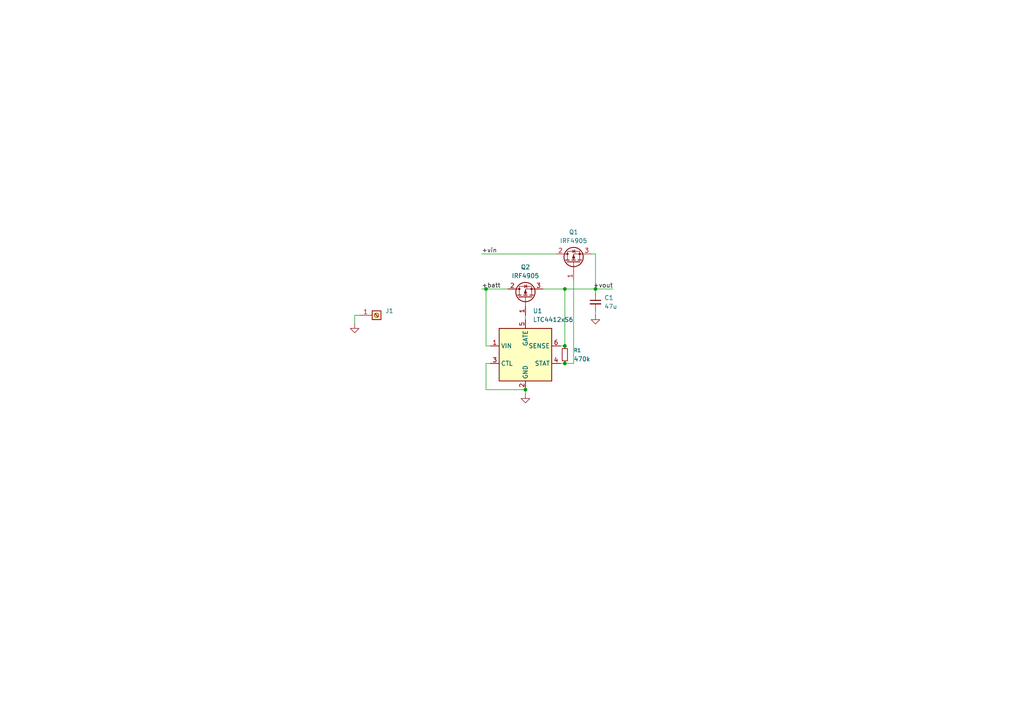
<source format=kicad_sch>
(kicad_sch (version 20250114) (generator "eeschema") (generator_version "9.0")
  (paper "A4")
  (lib_symbols
    (symbol "Library:C_Small" (pin_numbers (hide yes)) (pin_names (offset 0.254) (hide yes))
      (property "Reference" "C" (at 0.254 1.778 0))
      (property "Value" "C_Small" (at 0.254 -2.032 0))
      (symbol "C_Small_0_1"
        (polyline (pts (xy -1.524 0.508) (xy 1.524 0.508)) (stroke (width 0.3048)))
        (polyline (pts (xy -1.524 -0.508) (xy 1.524 -0.508)) (stroke (width 0.3302)))
      )
      (symbol "C_Small_1_1"
        (pin passive line (at 0 2.54 270) (length 2.032) (name "~") (number "1"))
        (pin passive line (at 0 -2.54 90) (length 2.032) (name "~") (number "2"))
      )
    )
    (symbol "Library:IRF4905" (pin_names (hide yes))
      (property "Reference" "Q" (at 5.08 1.905 0))
      (property "Value" "IRF4905" (at 5.08 0 0))
      (symbol "IRF4905_0_1"
        (polyline (pts (xy 0.254 1.905) (xy 0.254 -1.905)) (stroke (width 0.254)))
        (polyline (pts (xy 0.254 0) (xy -2.54 0)))
        (polyline (pts (xy 0.762 2.286) (xy 0.762 1.27)) (stroke (width 0.254)))
        (polyline (pts (xy 0.762 1.778) (xy 3.302 1.778) (xy 3.302 -1.778) (xy 0.762 -1.778)))
        (polyline (pts (xy 0.762 0.508) (xy 0.762 -0.508)) (stroke (width 0.254)))
        (polyline (pts (xy 0.762 -1.27) (xy 0.762 -2.286)) (stroke (width 0.254)))
        (circle (center 1.651 0) (radius 2.794) (stroke (width 0.254)))
        (polyline (pts (xy 2.286 0) (xy 1.27 0.381) (xy 1.27 -0.381) (xy 2.286 0)) (fill (type outline)))
        (polyline (pts (xy 2.54 2.54) (xy 2.54 1.778)))
        (circle (center 2.54 1.778) (radius 0.254) (fill (type outline)))
        (circle (center 2.54 -1.778) (radius 0.254) (fill (type outline)))
        (polyline (pts (xy 2.54 -2.54) (xy 2.54 0) (xy 0.762 0)))
        (polyline (pts (xy 2.794 -0.508) (xy 2.921 -0.381) (xy 3.683 -0.381) (xy 3.81 -0.254)))
        (polyline (pts (xy 3.302 -0.381) (xy 2.921 0.254) (xy 3.683 0.254) (xy 3.302 -0.381)))
      )
      (symbol "IRF4905_1_1"
        (pin input line (at -5.08 0 0) (length 2.54) (name "G") (number "1"))
        (pin passive line (at 2.54 5.08 270) (length 2.54) (name "D") (number "2"))
        (pin passive line (at 2.54 -5.08 90) (length 2.54) (name "S") (number "3"))
      )
    )
    (symbol "Library:LTC4412xS6"
      (property "Reference" "U" (at -6.35 8.89 0))
      (property "Value" "LTC4412xS6" (at 6.35 8.89 0))
      (symbol "LTC4412xS6_0_1"
        (rectangle (start -7.62 7.62) (end 7.62 -7.62) (stroke (width 0.254)) (fill (type background)))
      )
      (symbol "LTC4412xS6_1_1"
        (pin power_in line (at -10.16 2.54 0) (length 2.54) (name "VIN") (number "1"))
        (pin input line (at -10.16 -2.54 0) (length 2.54) (name "CTL") (number "3"))
        (pin output line (at 0 10.16 270) (length 2.54) (name "GATE") (number "5"))
        (pin power_in line (at 0 -10.16 90) (length 2.54) (name "GND") (number "2"))
        (pin input line (at 10.16 2.54 180) (length 2.54) (name "SENSE") (number "6"))
        (pin open_collector line (at 10.16 -2.54 180) (length 2.54) (name "STAT") (number "4"))
      )
    )
    (symbol "Library:R_Small" (pin_numbers (hide yes)) (pin_names (offset 0.254) (hide yes))
      (property "Reference" "R" (at 0 0 90))
      (property "Value" "R_Small" (at 1.778 0 90))
      (symbol "R_Small_0_1"
        (rectangle (start -0.762 1.778) (end 0.762 -1.778) (stroke (width 0.2032)))
      )
      (symbol "R_Small_1_1"
        (pin passive line (at 0 2.54 270) (length 0.762) (name "~") (number "1"))
        (pin passive line (at 0 -2.54 90) (length 0.762) (name "~") (number "2"))
      )
    )
    (symbol "Library:Screw_Terminal_01x01" (pin_names (offset 1.016) (hide yes))
      (property "Reference" "J" (at 0 2.54 0))
      (property "Value" "Screw_Terminal_01x01" (at 0 -2.54 0))
      (symbol "Screw_Terminal_01x01_1_1"
        (rectangle (start -1.27 1.27) (end 1.27 -1.27) (stroke (width 0.254)) (fill (type background)))
        (polyline (pts (xy -0.5334 0.3302) (xy 0.3302 -0.508)) (stroke (width 0.1524)))
        (polyline (pts (xy -0.3556 0.508) (xy 0.508 -0.3302)) (stroke (width 0.1524)))
        (circle (center 0 0) (radius 0.635) (stroke (width 0.1524)))
        (pin passive line (at -5.08 0 0) (length 3.81) (name "Pin_1") (number "1"))
      )
    )
    (symbol "power:GND" (power) (pin_numbers (hide yes)) (pin_names (offset 0) (hide yes))
      (property "Value" "GND" (at 0 -3.81 0))
      (symbol "GND_0_1"
        (polyline (pts (xy 0 0) (xy 0 -1.27) (xy 1.27 -1.27) (xy 0 -2.54) (xy -1.27 -1.27) (xy 0 -1.27)))
      )
      (symbol "GND_1_1"
        (pin power_in line (at 0 0 270) (length 0) (name "~") (number "1"))
      )
    )
  )
  (junction (at 163.83 105.41))
  (junction (at 152.4 113.03))
  (junction (at 140.97 83.82))
  (junction (at 163.83 100.33))
  (junction (at 163.83 83.82))
  (junction (at 172.72 83.82))
  (wire (pts (xy 152.4 91.44) (xy 152.4 92.71)))
  (wire (pts (xy 140.97 83.82) (xy 147.32 83.82)))
  (wire (pts (xy 140.97 100.33) (xy 140.97 83.82)))
  (wire (pts (xy 172.72 83.82) (xy 177.8 83.82)))
  (wire (pts (xy 166.37 105.41) (xy 163.83 105.41)))
  (wire (pts (xy 142.24 105.41) (xy 140.97 105.41)))
  (wire (pts (xy 102.87 93.98) (xy 102.87 91.44)))
  (wire (pts (xy 140.97 105.41) (xy 140.97 113.03)))
  (wire (pts (xy 166.37 81.28) (xy 166.37 105.41)))
  (wire (pts (xy 139.7 73.66) (xy 161.29 73.66)))
  (wire (pts (xy 157.48 83.82) (xy 163.83 83.82)))
  (wire (pts (xy 102.87 91.44) (xy 104.14 91.44)))
  (wire (pts (xy 142.24 100.33) (xy 140.97 100.33)))
  (wire (pts (xy 172.72 73.66) (xy 172.72 83.82)))
  (wire (pts (xy 162.56 100.33) (xy 163.83 100.33)))
  (wire (pts (xy 172.72 91.44) (xy 172.72 90.17)))
  (wire (pts (xy 172.72 83.82) (xy 172.72 85.09)))
  (wire (pts (xy 152.4 114.3) (xy 152.4 113.03)))
  (wire (pts (xy 140.97 113.03) (xy 152.4 113.03)))
  (wire (pts (xy 163.83 83.82) (xy 172.72 83.82)))
  (wire (pts (xy 162.56 105.41) (xy 163.83 105.41)))
  (wire (pts (xy 171.45 73.66) (xy 172.72 73.66)))
  (wire (pts (xy 139.7 83.82) (xy 140.97 83.82)))
  (wire (pts (xy 163.83 100.33) (xy 163.83 83.82)))
  (label "+vout" (at 177.8 83.82 180))
  (label "+batt" (at 139.7 83.82 0))
  (label "+vin" (at 139.7 73.66 0))
  (symbol (lib_id "power:GND") (at 102.87 93.98 0) (unit 1)
    (property "Reference" "#PWR06" (effects (hide yes)))
    (property "Value" "GND" (effects (hide yes)))
    (property "Description" "Power symbol creates a global label with name \"GND\" , ground" (effects (hide yes)))
  )
  (symbol (lib_id "Library:Screw_Terminal_01x01") (at 109.22 91.44 0) (unit 1)
    (property "Reference" "J1" (at 111.76 90.1699 0) (effects (justify left)))
    (property "Value" "Screw_Terminal_01x01" (effects (hide yes)))
    (property "Footprint" "Connector_Wire:SolderWire-0.25sqmm_1x01_D0.65mm_OD2mm" (effects (hide yes)))
    (property "Description" "Generic screw terminal, single row, 01x01, script generated (kicad-library-utils/schlib/autogen/connector/)" (effects (hide yes)))
  )
  (symbol (lib_id "power:GND") (at 172.72 91.44 0) (unit 1)
    (property "Reference" "#PWR05" (effects (hide yes)))
    (property "Value" "GND" (effects (hide yes)))
    (property "Description" "Power symbol creates a global label with name \"GND\" , ground" (effects (hide yes)))
  )
  (symbol (lib_id "Library:LTC4412xS6") (at 152.4 102.87 0) (unit 1)
    (property "Reference" "U1" (at 154.5433 90.17 0) (effects (justify left)))
    (property "Value" "LTC4412xS6" (at 154.5433 92.71 0) (effects (justify left)))
    (property "Footprint" "Package_TO_SOT_SMD:TSOT-23-6" (effects (hide yes)))
    (property "Datasheet" "https://www.analog.com/media/en/technical-documentation/data-sheets/4412fb.pdf" (effects (hide yes)))
    (property "Description" "Low Loss PowerPath Controller, TSOT-23-6" (effects (hide yes)))
  )
  (symbol (lib_id "Library:C_Small") (at 172.72 87.63 0) (unit 1)
    (property "Reference" "C1" (at 175.26 86.3662 0) (effects (justify left)))
    (property "Value" "47u" (at 175.26 88.9062 0) (effects (justify left)))
    (property "Footprint" "Capacitor_THT:CP_Radial_D8.0mm_P3.50mm" (effects (hide yes)))
    (property "Description" "Unpolarized capacitor, small symbol" (effects (hide yes)))
  )
  (symbol (lib_id "Library:IRF4905") (at 152.4 86.36 90) (unit 1)
    (property "Reference" "Q2" (at 152.4 77.47 90))
    (property "Value" "IRF4905" (at 152.4 80.01 90))
    (property "Footprint" "Package_TO_SOT_THT:TO-220-3_Vertical" (effects (hide yes)))
    (property "Datasheet" "http://www.infineon.com/dgdl/irf4905.pdf?fileId=5546d462533600a4015355e32165197c" (effects (hide yes)))
    (property "Description" "-74A Id, -55V Vds, Single P-Channel HEXFET Power MOSFET, 20mOhm Ron, TO-220AB" (effects (hide yes)))
  )
  (symbol (lib_id "Library:R_Small") (at 163.83 102.87 0) (unit 1)
    (property "Reference" "R1" (at 166.37 101.5999 0) (effects (font (size 1.016 1.016)) (justify left)))
    (property "Value" "470k" (at 166.37 104.1399 0) (effects (justify left)))
    (property "Footprint" "Resistor_THT:R_Axial_DIN0207_L6.3mm_D2.5mm_P10.16mm_Horizontal" (effects (hide yes)))
    (property "Description" "Resistor, small symbol" (effects (hide yes)))
  )
  (symbol (lib_id "power:GND") (at 152.4 114.3 0) (unit 1)
    (property "Reference" "#PWR04" (effects (hide yes)))
    (property "Value" "GND" (effects (hide yes)))
    (property "Description" "Power symbol creates a global label with name \"GND\" , ground" (effects (hide yes)))
  )
  (symbol (lib_id "Library:IRF4905") (at 166.37 76.2 90) (unit 1)
    (property "Reference" "Q1" (at 166.37 67.31 90))
    (property "Value" "IRF4905" (at 166.37 69.85 90))
    (property "Footprint" "Package_TO_SOT_THT:TO-220-3_Vertical" (effects (hide yes)))
    (property "Datasheet" "http://www.infineon.com/dgdl/irf4905.pdf?fileId=5546d462533600a4015355e32165197c" (effects (hide yes)))
    (property "Description" "-74A Id, -55V Vds, Single P-Channel HEXFET Power MOSFET, 20mOhm Ron, TO-220AB" (effects (hide yes)))
  )
)
</source>
